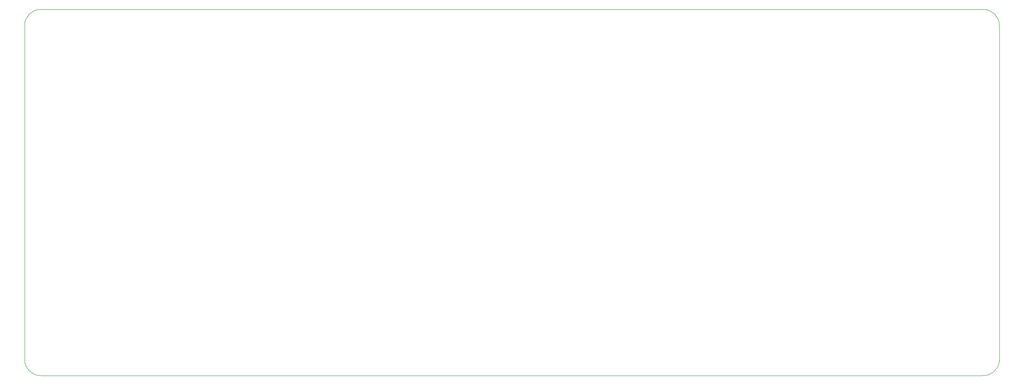
<source format=gbr>
G04 #@! TF.FileFunction,Profile,NP*
%FSLAX46Y46*%
G04 Gerber Fmt 4.6, Leading zero omitted, Abs format (unit mm)*
G04 Created by KiCad (PCBNEW 4.0.7) date 05/19/22 13:13:44*
%MOMM*%
%LPD*%
G01*
G04 APERTURE LIST*
%ADD10C,0.100000*%
G04 APERTURE END LIST*
D10*
X240284000Y-137160000D02*
G75*
G03X243840000Y-134112000I254000J3302000D01*
G01*
X243840000Y-134112000D02*
X243840000Y-64770000D01*
X45974000Y-137160000D02*
X240284000Y-137160000D01*
X42672000Y-133858000D02*
X42672000Y-64770000D01*
X240538000Y-61468000D02*
X45974000Y-61468000D01*
X45974000Y-61468000D02*
G75*
G03X42672000Y-64770000I0J-3302000D01*
G01*
X243840000Y-64770000D02*
G75*
G03X240538000Y-61468000I-3302000J0D01*
G01*
X42672000Y-133858000D02*
G75*
G03X45974000Y-137160000I3302000J0D01*
G01*
M02*

</source>
